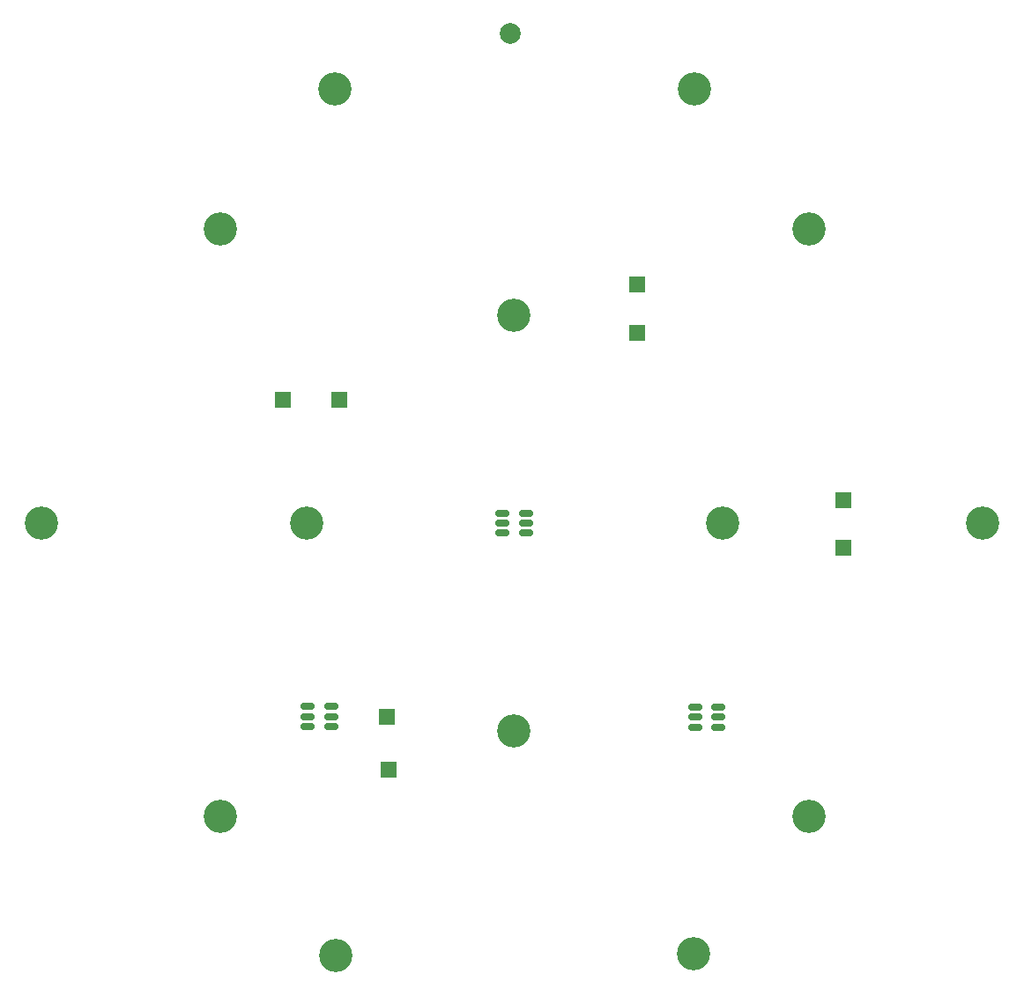
<source format=gts>
%TF.GenerationSoftware,KiCad,Pcbnew,7.0.9*%
%TF.CreationDate,2024-01-26T12:36:02+01:00*%
%TF.ProjectId,maglev26,6d61676c-6576-4323-962e-6b696361645f,1.0*%
%TF.SameCoordinates,Original*%
%TF.FileFunction,Soldermask,Top*%
%TF.FilePolarity,Negative*%
%FSLAX46Y46*%
G04 Gerber Fmt 4.6, Leading zero omitted, Abs format (unit mm)*
G04 Created by KiCad (PCBNEW 7.0.9) date 2024-01-26 12:36:02*
%MOMM*%
%LPD*%
G01*
G04 APERTURE LIST*
G04 Aperture macros list*
%AMRoundRect*
0 Rectangle with rounded corners*
0 $1 Rounding radius*
0 $2 $3 $4 $5 $6 $7 $8 $9 X,Y pos of 4 corners*
0 Add a 4 corners polygon primitive as box body*
4,1,4,$2,$3,$4,$5,$6,$7,$8,$9,$2,$3,0*
0 Add four circle primitives for the rounded corners*
1,1,$1+$1,$2,$3*
1,1,$1+$1,$4,$5*
1,1,$1+$1,$6,$7*
1,1,$1+$1,$8,$9*
0 Add four rect primitives between the rounded corners*
20,1,$1+$1,$2,$3,$4,$5,0*
20,1,$1+$1,$4,$5,$6,$7,0*
20,1,$1+$1,$6,$7,$8,$9,0*
20,1,$1+$1,$8,$9,$2,$3,0*%
G04 Aperture macros list end*
%ADD10C,10.000000*%
%ADD11R,1.500000X1.500000*%
%ADD12RoundRect,0.150000X-0.512500X-0.150000X0.512500X-0.150000X0.512500X0.150000X-0.512500X0.150000X0*%
%ADD13C,3.200000*%
%ADD14C,2.000000*%
G04 APERTURE END LIST*
D10*
D11*
X134112000Y-122936000D03*
X124000000Y-87440400D03*
X177800000Y-97028000D03*
D12*
X126370500Y-116906000D03*
X126370500Y-117856000D03*
X126370500Y-118806000D03*
X128645500Y-118806000D03*
X128645500Y-117856000D03*
X128645500Y-116906000D03*
X163576000Y-116972000D03*
X163576000Y-117922000D03*
X163576000Y-118872000D03*
X165851000Y-118872000D03*
X165851000Y-117922000D03*
X165851000Y-116972000D03*
D11*
X177800000Y-101600000D03*
X158000000Y-76340400D03*
X134000000Y-117856000D03*
X158000000Y-80940400D03*
X129400000Y-87440400D03*
D12*
X145063640Y-98300000D03*
X145063640Y-99250000D03*
X145063640Y-100200000D03*
X147338640Y-100200000D03*
X147338640Y-99250000D03*
X147338640Y-98300000D03*
D13*
X129077025Y-140852859D03*
X126250000Y-99250000D03*
X100750000Y-99250000D03*
X118000000Y-71000000D03*
X146208951Y-79245847D03*
X191250000Y-99250000D03*
X174500000Y-127500000D03*
X166250000Y-99250000D03*
D14*
X145800000Y-52200000D03*
D13*
X129000000Y-57500000D03*
X163412036Y-140678157D03*
X146198475Y-119261890D03*
X174500000Y-71000000D03*
X163500000Y-57500000D03*
X118000000Y-127500000D03*
M02*

</source>
